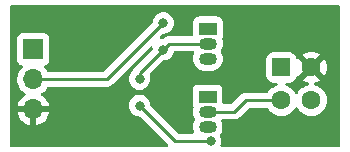
<source format=gbr>
%TF.GenerationSoftware,KiCad,Pcbnew,(6.0.5-0)*%
%TF.CreationDate,2022-06-15T16:59:53+05:30*%
%TF.ProjectId,CNY70_PCB,434e5937-305f-4504-9342-2e6b69636164,rev?*%
%TF.SameCoordinates,Original*%
%TF.FileFunction,Copper,L2,Bot*%
%TF.FilePolarity,Positive*%
%FSLAX46Y46*%
G04 Gerber Fmt 4.6, Leading zero omitted, Abs format (unit mm)*
G04 Created by KiCad (PCBNEW (6.0.5-0)) date 2022-06-15 16:59:53*
%MOMM*%
%LPD*%
G01*
G04 APERTURE LIST*
G04 Aperture macros list*
%AMRoundRect*
0 Rectangle with rounded corners*
0 $1 Rounding radius*
0 $2 $3 $4 $5 $6 $7 $8 $9 X,Y pos of 4 corners*
0 Add a 4 corners polygon primitive as box body*
4,1,4,$2,$3,$4,$5,$6,$7,$8,$9,$2,$3,0*
0 Add four circle primitives for the rounded corners*
1,1,$1+$1,$2,$3*
1,1,$1+$1,$4,$5*
1,1,$1+$1,$6,$7*
1,1,$1+$1,$8,$9*
0 Add four rect primitives between the rounded corners*
20,1,$1+$1,$2,$3,$4,$5,0*
20,1,$1+$1,$4,$5,$6,$7,0*
20,1,$1+$1,$6,$7,$8,$9,0*
20,1,$1+$1,$8,$9,$2,$3,0*%
G04 Aperture macros list end*
%TA.AperFunction,ComponentPad*%
%ADD10R,1.700000X1.700000*%
%TD*%
%TA.AperFunction,ComponentPad*%
%ADD11O,1.700000X1.700000*%
%TD*%
%TA.AperFunction,ComponentPad*%
%ADD12C,1.600000*%
%TD*%
%TA.AperFunction,ComponentPad*%
%ADD13RoundRect,0.249600X-0.550400X0.550400X-0.550400X-0.550400X0.550400X-0.550400X0.550400X0.550400X0*%
%TD*%
%TA.AperFunction,ComponentPad*%
%ADD14R,1.500000X1.050000*%
%TD*%
%TA.AperFunction,ComponentPad*%
%ADD15O,1.500000X1.050000*%
%TD*%
%TA.AperFunction,ViaPad*%
%ADD16C,0.800000*%
%TD*%
%TA.AperFunction,Conductor*%
%ADD17C,0.250000*%
%TD*%
G04 APERTURE END LIST*
D10*
%TO.P,J1,1,Pin_1*%
%TO.N,VCC*%
X138250000Y-72225000D03*
D11*
%TO.P,J1,2,Pin_2*%
%TO.N,Net-(J1-Pad2)*%
X138250000Y-74765000D03*
%TO.P,J1,3,Pin_3*%
%TO.N,GND*%
X138250000Y-77305000D03*
%TD*%
D12*
%TO.P,U1,4,E*%
%TO.N,Net-(Q1-Pad2)*%
X159250000Y-76550000D03*
%TO.P,U1,3,C*%
%TO.N,VCC*%
X161790000Y-76550000D03*
%TO.P,U1,2,K*%
%TO.N,GND*%
X161790000Y-73750000D03*
D13*
%TO.P,U1,1,A*%
%TO.N,Net-(R1-Pad2)*%
X159250000Y-73750000D03*
%TD*%
D14*
%TO.P,Q2,1,C*%
%TO.N,Net-(J1-Pad2)*%
X153040000Y-70480000D03*
D15*
%TO.P,Q2,2,B*%
%TO.N,Net-(Q2-Pad2)*%
X153040000Y-71750000D03*
%TO.P,Q2,3,E*%
%TO.N,Net-(Q1-Pad3)*%
X153040000Y-73020000D03*
%TD*%
D14*
%TO.P,Q1,1,C*%
%TO.N,Net-(Q1-Pad1)*%
X153000000Y-76250000D03*
D15*
%TO.P,Q1,2,B*%
%TO.N,Net-(Q1-Pad2)*%
X153000000Y-77520000D03*
%TO.P,Q1,3,E*%
%TO.N,Net-(Q1-Pad3)*%
X153000000Y-78790000D03*
%TD*%
D16*
%TO.N,Net-(Q2-Pad2)*%
X147250000Y-74750000D03*
X149250000Y-72250000D03*
%TO.N,Net-(J1-Pad2)*%
X149250000Y-70000000D03*
%TO.N,VCC*%
X153250000Y-80000000D03*
X147250000Y-77000000D03*
%TO.N,GND*%
X141200000Y-79400000D03*
X147200000Y-79200000D03*
X149200000Y-74800000D03*
%TD*%
D17*
%TO.N,Net-(Q1-Pad2)*%
X155280000Y-77520000D02*
X156250000Y-76550000D01*
X156250000Y-76550000D02*
X159250000Y-76550000D01*
%TO.N,Net-(Q2-Pad2)*%
X153040000Y-71750000D02*
X149750000Y-71750000D01*
X149750000Y-71750000D02*
X149250000Y-72250000D01*
X149250000Y-72250000D02*
X147250000Y-74250000D01*
X147250000Y-74250000D02*
X147250000Y-74750000D01*
%TO.N,Net-(J1-Pad2)*%
X149250000Y-70000000D02*
X144485000Y-74765000D01*
X144485000Y-74765000D02*
X138250000Y-74765000D01*
%TO.N,VCC*%
X153250000Y-80000000D02*
X150250000Y-80000000D01*
X150250000Y-80000000D02*
X147250000Y-77000000D01*
%TO.N,Net-(Q1-Pad2)*%
X153000000Y-77520000D02*
X155280000Y-77520000D01*
%TD*%
%TA.AperFunction,Conductor*%
%TO.N,GND*%
G36*
X164183621Y-68528502D02*
G01*
X164230114Y-68582158D01*
X164241500Y-68634500D01*
X164241500Y-80365500D01*
X164221498Y-80433621D01*
X164167842Y-80480114D01*
X164115500Y-80491500D01*
X154218979Y-80491500D01*
X154150858Y-80471498D01*
X154104365Y-80417842D01*
X154094261Y-80347568D01*
X154099146Y-80326564D01*
X154141502Y-80196206D01*
X154143542Y-80189928D01*
X154163504Y-80000000D01*
X154143542Y-79810072D01*
X154084527Y-79628444D01*
X154041264Y-79553511D01*
X154024527Y-79484518D01*
X154047747Y-79417426D01*
X154053299Y-79410198D01*
X154082026Y-79375472D01*
X154085956Y-79370722D01*
X154182356Y-79192435D01*
X154242290Y-78998820D01*
X154263476Y-78797250D01*
X154255898Y-78713986D01*
X154245665Y-78601543D01*
X154245664Y-78601540D01*
X154245106Y-78595404D01*
X154187881Y-78400971D01*
X154185025Y-78395507D01*
X154154896Y-78337874D01*
X154141062Y-78268238D01*
X154167073Y-78202178D01*
X154224669Y-78160667D01*
X154266558Y-78153500D01*
X155201233Y-78153500D01*
X155212416Y-78154027D01*
X155219909Y-78155702D01*
X155227835Y-78155453D01*
X155227836Y-78155453D01*
X155287986Y-78153562D01*
X155291945Y-78153500D01*
X155319856Y-78153500D01*
X155323791Y-78153003D01*
X155323856Y-78152995D01*
X155335693Y-78152062D01*
X155367951Y-78151048D01*
X155371970Y-78150922D01*
X155379889Y-78150673D01*
X155399343Y-78145021D01*
X155418700Y-78141013D01*
X155430930Y-78139468D01*
X155430931Y-78139468D01*
X155438797Y-78138474D01*
X155446168Y-78135555D01*
X155446170Y-78135555D01*
X155479912Y-78122196D01*
X155491142Y-78118351D01*
X155525983Y-78108229D01*
X155525984Y-78108229D01*
X155533593Y-78106018D01*
X155540412Y-78101985D01*
X155540417Y-78101983D01*
X155551028Y-78095707D01*
X155568776Y-78087012D01*
X155587617Y-78079552D01*
X155623387Y-78053564D01*
X155633307Y-78047048D01*
X155664535Y-78028580D01*
X155664538Y-78028578D01*
X155671362Y-78024542D01*
X155685683Y-78010221D01*
X155700717Y-77997380D01*
X155710694Y-77990131D01*
X155717107Y-77985472D01*
X155745298Y-77951395D01*
X155753288Y-77942616D01*
X156475499Y-77220405D01*
X156537811Y-77186379D01*
X156564594Y-77183500D01*
X158030606Y-77183500D01*
X158098727Y-77203502D01*
X158133819Y-77237229D01*
X158240643Y-77389789D01*
X158243802Y-77394300D01*
X158405700Y-77556198D01*
X158410208Y-77559355D01*
X158410211Y-77559357D01*
X158429050Y-77572548D01*
X158593251Y-77687523D01*
X158598233Y-77689846D01*
X158598238Y-77689849D01*
X158795775Y-77781961D01*
X158800757Y-77784284D01*
X158806065Y-77785706D01*
X158806067Y-77785707D01*
X159016598Y-77842119D01*
X159016600Y-77842119D01*
X159021913Y-77843543D01*
X159250000Y-77863498D01*
X159478087Y-77843543D01*
X159483400Y-77842119D01*
X159483402Y-77842119D01*
X159693933Y-77785707D01*
X159693935Y-77785706D01*
X159699243Y-77784284D01*
X159704225Y-77781961D01*
X159901762Y-77689849D01*
X159901767Y-77689846D01*
X159906749Y-77687523D01*
X160070950Y-77572548D01*
X160089789Y-77559357D01*
X160089792Y-77559355D01*
X160094300Y-77556198D01*
X160256198Y-77394300D01*
X160268117Y-77377279D01*
X160318521Y-77305294D01*
X160387523Y-77206749D01*
X160389846Y-77201767D01*
X160389849Y-77201762D01*
X160405805Y-77167543D01*
X160452722Y-77114258D01*
X160520999Y-77094797D01*
X160588959Y-77115339D01*
X160634195Y-77167543D01*
X160650151Y-77201762D01*
X160650154Y-77201767D01*
X160652477Y-77206749D01*
X160721479Y-77305294D01*
X160771884Y-77377279D01*
X160783802Y-77394300D01*
X160945700Y-77556198D01*
X160950208Y-77559355D01*
X160950211Y-77559357D01*
X160969050Y-77572548D01*
X161133251Y-77687523D01*
X161138233Y-77689846D01*
X161138238Y-77689849D01*
X161335775Y-77781961D01*
X161340757Y-77784284D01*
X161346065Y-77785706D01*
X161346067Y-77785707D01*
X161556598Y-77842119D01*
X161556600Y-77842119D01*
X161561913Y-77843543D01*
X161790000Y-77863498D01*
X162018087Y-77843543D01*
X162023400Y-77842119D01*
X162023402Y-77842119D01*
X162233933Y-77785707D01*
X162233935Y-77785706D01*
X162239243Y-77784284D01*
X162244225Y-77781961D01*
X162441762Y-77689849D01*
X162441767Y-77689846D01*
X162446749Y-77687523D01*
X162610950Y-77572548D01*
X162629789Y-77559357D01*
X162629792Y-77559355D01*
X162634300Y-77556198D01*
X162796198Y-77394300D01*
X162808117Y-77377279D01*
X162858521Y-77305294D01*
X162927523Y-77206749D01*
X162929846Y-77201767D01*
X162929849Y-77201762D01*
X163021961Y-77004225D01*
X163021961Y-77004224D01*
X163024284Y-76999243D01*
X163058681Y-76870875D01*
X163082119Y-76783402D01*
X163082119Y-76783400D01*
X163083543Y-76778087D01*
X163103498Y-76550000D01*
X163083543Y-76321913D01*
X163079069Y-76305215D01*
X163025707Y-76106067D01*
X163025706Y-76106065D01*
X163024284Y-76100757D01*
X163020607Y-76092872D01*
X162929849Y-75898238D01*
X162929846Y-75898233D01*
X162927523Y-75893251D01*
X162796198Y-75705700D01*
X162634300Y-75543802D01*
X162629792Y-75540645D01*
X162629789Y-75540643D01*
X162530484Y-75471109D01*
X162446749Y-75412477D01*
X162441767Y-75410154D01*
X162441762Y-75410151D01*
X162244225Y-75318039D01*
X162244224Y-75318039D01*
X162239243Y-75315716D01*
X162162203Y-75295073D01*
X162074034Y-75271448D01*
X162013412Y-75234496D01*
X161982390Y-75170635D01*
X161990819Y-75100141D01*
X162036022Y-75045394D01*
X162074035Y-75028034D01*
X162233761Y-74985236D01*
X162244053Y-74981490D01*
X162441511Y-74889414D01*
X162451006Y-74883931D01*
X162503048Y-74847491D01*
X162511424Y-74837012D01*
X162504356Y-74823566D01*
X161802812Y-74122022D01*
X161788868Y-74114408D01*
X161787035Y-74114539D01*
X161780420Y-74118790D01*
X161074923Y-74824287D01*
X161068493Y-74836062D01*
X161077789Y-74848077D01*
X161128994Y-74883931D01*
X161138489Y-74889414D01*
X161335947Y-74981490D01*
X161346239Y-74985236D01*
X161505965Y-75028034D01*
X161566588Y-75064986D01*
X161597609Y-75128846D01*
X161589181Y-75199341D01*
X161543978Y-75254088D01*
X161505966Y-75271448D01*
X161417797Y-75295073D01*
X161340757Y-75315716D01*
X161335776Y-75318039D01*
X161335775Y-75318039D01*
X161138238Y-75410151D01*
X161138233Y-75410154D01*
X161133251Y-75412477D01*
X161049516Y-75471109D01*
X160950211Y-75540643D01*
X160950208Y-75540645D01*
X160945700Y-75543802D01*
X160783802Y-75705700D01*
X160652477Y-75893251D01*
X160650154Y-75898233D01*
X160650151Y-75898238D01*
X160634195Y-75932457D01*
X160587278Y-75985742D01*
X160519001Y-76005203D01*
X160451041Y-75984661D01*
X160405805Y-75932457D01*
X160389849Y-75898238D01*
X160389846Y-75898233D01*
X160387523Y-75893251D01*
X160256198Y-75705700D01*
X160094300Y-75543802D01*
X160089792Y-75540645D01*
X160089789Y-75540643D01*
X159990484Y-75471109D01*
X159906749Y-75412477D01*
X159901767Y-75410154D01*
X159901762Y-75410151D01*
X159704225Y-75318039D01*
X159704224Y-75318039D01*
X159699243Y-75315716D01*
X159693936Y-75314294D01*
X159693925Y-75314290D01*
X159663751Y-75306205D01*
X159603129Y-75269254D01*
X159572107Y-75205393D01*
X159580536Y-75134898D01*
X159625740Y-75080152D01*
X159696363Y-75058499D01*
X159850772Y-75058499D01*
X159854016Y-75058162D01*
X159854024Y-75058162D01*
X159900032Y-75053388D01*
X159956484Y-75047531D01*
X160124175Y-74991585D01*
X160274498Y-74898563D01*
X160399389Y-74773453D01*
X160492149Y-74622968D01*
X160515094Y-74553794D01*
X160519112Y-74541679D01*
X160559543Y-74483319D01*
X160625108Y-74456083D01*
X160694989Y-74468617D01*
X160701009Y-74472464D01*
X160716434Y-74464356D01*
X161417978Y-73762812D01*
X161424356Y-73751132D01*
X162154408Y-73751132D01*
X162154539Y-73752965D01*
X162158790Y-73759580D01*
X162864287Y-74465077D01*
X162876062Y-74471507D01*
X162888077Y-74462211D01*
X162923931Y-74411006D01*
X162929414Y-74401511D01*
X163021490Y-74204053D01*
X163025236Y-74193761D01*
X163081625Y-73983312D01*
X163083528Y-73972519D01*
X163102517Y-73755475D01*
X163102517Y-73744525D01*
X163083528Y-73527481D01*
X163081625Y-73516688D01*
X163025236Y-73306239D01*
X163021490Y-73295947D01*
X162929414Y-73098489D01*
X162923931Y-73088994D01*
X162887491Y-73036952D01*
X162877012Y-73028576D01*
X162863566Y-73035644D01*
X162162022Y-73737188D01*
X162154408Y-73751132D01*
X161424356Y-73751132D01*
X161425592Y-73748868D01*
X161425461Y-73747035D01*
X161421210Y-73740420D01*
X160715713Y-73034923D01*
X160701769Y-73027309D01*
X160693616Y-73027892D01*
X160649952Y-73044972D01*
X160580347Y-73030985D01*
X160529354Y-72981586D01*
X160519445Y-72959328D01*
X160493904Y-72882772D01*
X160493899Y-72882762D01*
X160491585Y-72875825D01*
X160398563Y-72725502D01*
X160335939Y-72662988D01*
X161068576Y-72662988D01*
X161075644Y-72676434D01*
X161777188Y-73377978D01*
X161791132Y-73385592D01*
X161792965Y-73385461D01*
X161799580Y-73381210D01*
X162505077Y-72675713D01*
X162511507Y-72663938D01*
X162502211Y-72651923D01*
X162451006Y-72616069D01*
X162441511Y-72610586D01*
X162244053Y-72518510D01*
X162233761Y-72514764D01*
X162023312Y-72458375D01*
X162012519Y-72456472D01*
X161795475Y-72437483D01*
X161784525Y-72437483D01*
X161567481Y-72456472D01*
X161556688Y-72458375D01*
X161346239Y-72514764D01*
X161335947Y-72518510D01*
X161138489Y-72610586D01*
X161128994Y-72616069D01*
X161076952Y-72652509D01*
X161068576Y-72662988D01*
X160335939Y-72662988D01*
X160273453Y-72600611D01*
X160122968Y-72507851D01*
X159969103Y-72456815D01*
X159961711Y-72454363D01*
X159961709Y-72454362D01*
X159955180Y-72452197D01*
X159850773Y-72441500D01*
X159254633Y-72441500D01*
X158649228Y-72441501D01*
X158645984Y-72441838D01*
X158645976Y-72441838D01*
X158599968Y-72446612D01*
X158543516Y-72452469D01*
X158375825Y-72508415D01*
X158225502Y-72601437D01*
X158220332Y-72606616D01*
X158201470Y-72625511D01*
X158100611Y-72726547D01*
X158007851Y-72877032D01*
X158005546Y-72883980D01*
X158005546Y-72883981D01*
X157954807Y-73036952D01*
X157952197Y-73044820D01*
X157941500Y-73149227D01*
X157941501Y-74350772D01*
X157952469Y-74456484D01*
X158008415Y-74624175D01*
X158101437Y-74774498D01*
X158226547Y-74899389D01*
X158377032Y-74992149D01*
X158383980Y-74994454D01*
X158383981Y-74994454D01*
X158538289Y-75045637D01*
X158538291Y-75045638D01*
X158544820Y-75047803D01*
X158649227Y-75058500D01*
X158803634Y-75058500D01*
X158871755Y-75078502D01*
X158918248Y-75132158D01*
X158928352Y-75202432D01*
X158898858Y-75267012D01*
X158836245Y-75306207D01*
X158806067Y-75314293D01*
X158806065Y-75314294D01*
X158800757Y-75315716D01*
X158795776Y-75318039D01*
X158795775Y-75318039D01*
X158598238Y-75410151D01*
X158598233Y-75410154D01*
X158593251Y-75412477D01*
X158509516Y-75471109D01*
X158410211Y-75540643D01*
X158410208Y-75540645D01*
X158405700Y-75543802D01*
X158243802Y-75705700D01*
X158240645Y-75710208D01*
X158240643Y-75710211D01*
X158133819Y-75862771D01*
X158078362Y-75907099D01*
X158030606Y-75916500D01*
X156328767Y-75916500D01*
X156317584Y-75915973D01*
X156310091Y-75914298D01*
X156302165Y-75914547D01*
X156302164Y-75914547D01*
X156242014Y-75916438D01*
X156238055Y-75916500D01*
X156210144Y-75916500D01*
X156206210Y-75916997D01*
X156206209Y-75916997D01*
X156206144Y-75917005D01*
X156194307Y-75917938D01*
X156162490Y-75918938D01*
X156158029Y-75919078D01*
X156150110Y-75919327D01*
X156132454Y-75924456D01*
X156130658Y-75924978D01*
X156111306Y-75928986D01*
X156104235Y-75929880D01*
X156091203Y-75931526D01*
X156083834Y-75934443D01*
X156083832Y-75934444D01*
X156050097Y-75947800D01*
X156038869Y-75951645D01*
X155996407Y-75963982D01*
X155989585Y-75968016D01*
X155989579Y-75968019D01*
X155978968Y-75974294D01*
X155961218Y-75982990D01*
X155949756Y-75987528D01*
X155949751Y-75987531D01*
X155942383Y-75990448D01*
X155935968Y-75995109D01*
X155906625Y-76016427D01*
X155896707Y-76022943D01*
X155878019Y-76033995D01*
X155858637Y-76045458D01*
X155844313Y-76059782D01*
X155829281Y-76072621D01*
X155812893Y-76084528D01*
X155784712Y-76118593D01*
X155776722Y-76127373D01*
X155054500Y-76849595D01*
X154992188Y-76883621D01*
X154965405Y-76886500D01*
X154384500Y-76886500D01*
X154316379Y-76866498D01*
X154269886Y-76812842D01*
X154258500Y-76760500D01*
X154258500Y-75676866D01*
X154251745Y-75614684D01*
X154200615Y-75478295D01*
X154113261Y-75361739D01*
X153996705Y-75274385D01*
X153860316Y-75223255D01*
X153798134Y-75216500D01*
X152201866Y-75216500D01*
X152139684Y-75223255D01*
X152003295Y-75274385D01*
X151886739Y-75361739D01*
X151799385Y-75478295D01*
X151748255Y-75614684D01*
X151741500Y-75676866D01*
X151741500Y-76823134D01*
X151748255Y-76885316D01*
X151751029Y-76892715D01*
X151796232Y-77013296D01*
X151796234Y-77013299D01*
X151799385Y-77021705D01*
X151804773Y-77028894D01*
X151804906Y-77029137D01*
X151820076Y-77098494D01*
X151814752Y-77126907D01*
X151757710Y-77311180D01*
X151736524Y-77512750D01*
X151741267Y-77564865D01*
X151751996Y-77682749D01*
X151754894Y-77714596D01*
X151756632Y-77720502D01*
X151756633Y-77720506D01*
X151777416Y-77791118D01*
X151812119Y-77909029D01*
X151814972Y-77914486D01*
X151814973Y-77914489D01*
X151831879Y-77946827D01*
X151905923Y-78088460D01*
X151905923Y-78088462D01*
X151906019Y-78088645D01*
X151905984Y-78088663D01*
X151925889Y-78154441D01*
X151910729Y-78215409D01*
X151817644Y-78387565D01*
X151757710Y-78581180D01*
X151757066Y-78587305D01*
X151757066Y-78587306D01*
X151737168Y-78776622D01*
X151736524Y-78782750D01*
X151754894Y-78984596D01*
X151812119Y-79179029D01*
X151814973Y-79184489D01*
X151817282Y-79190203D01*
X151815484Y-79190930D01*
X151827573Y-79251746D01*
X151801571Y-79317810D01*
X151743980Y-79359328D01*
X151702076Y-79366500D01*
X150564594Y-79366500D01*
X150496473Y-79346498D01*
X150475499Y-79329595D01*
X148197122Y-77051217D01*
X148163096Y-76988905D01*
X148160907Y-76975292D01*
X148144232Y-76816635D01*
X148144232Y-76816633D01*
X148143542Y-76810072D01*
X148084527Y-76628444D01*
X147989040Y-76463056D01*
X147978840Y-76451727D01*
X147865675Y-76326045D01*
X147865674Y-76326044D01*
X147861253Y-76321134D01*
X147706752Y-76208882D01*
X147700724Y-76206198D01*
X147700722Y-76206197D01*
X147538319Y-76133891D01*
X147538318Y-76133891D01*
X147532288Y-76131206D01*
X147438888Y-76111353D01*
X147351944Y-76092872D01*
X147351939Y-76092872D01*
X147345487Y-76091500D01*
X147154513Y-76091500D01*
X147148061Y-76092872D01*
X147148056Y-76092872D01*
X147061112Y-76111353D01*
X146967712Y-76131206D01*
X146961682Y-76133891D01*
X146961681Y-76133891D01*
X146799278Y-76206197D01*
X146799276Y-76206198D01*
X146793248Y-76208882D01*
X146638747Y-76321134D01*
X146634326Y-76326044D01*
X146634325Y-76326045D01*
X146521161Y-76451727D01*
X146510960Y-76463056D01*
X146415473Y-76628444D01*
X146356458Y-76810072D01*
X146336496Y-77000000D01*
X146356458Y-77189928D01*
X146415473Y-77371556D01*
X146510960Y-77536944D01*
X146515378Y-77541851D01*
X146515379Y-77541852D01*
X146536100Y-77564865D01*
X146638747Y-77678866D01*
X146737843Y-77750864D01*
X146780645Y-77781961D01*
X146793248Y-77791118D01*
X146799276Y-77793802D01*
X146799278Y-77793803D01*
X146954741Y-77863019D01*
X146967712Y-77868794D01*
X147061113Y-77888647D01*
X147148056Y-77907128D01*
X147148061Y-77907128D01*
X147154513Y-77908500D01*
X147210406Y-77908500D01*
X147278527Y-77928502D01*
X147299501Y-77945405D01*
X149630501Y-80276405D01*
X149664527Y-80338717D01*
X149659462Y-80409532D01*
X149616915Y-80466368D01*
X149550395Y-80491179D01*
X149541406Y-80491500D01*
X136384500Y-80491500D01*
X136316379Y-80471498D01*
X136269886Y-80417842D01*
X136258500Y-80365500D01*
X136258500Y-77572966D01*
X136918257Y-77572966D01*
X136948565Y-77707446D01*
X136951645Y-77717275D01*
X137031770Y-77914603D01*
X137036413Y-77923794D01*
X137147694Y-78105388D01*
X137153777Y-78113699D01*
X137293213Y-78274667D01*
X137300580Y-78281883D01*
X137464434Y-78417916D01*
X137472881Y-78423831D01*
X137656756Y-78531279D01*
X137666042Y-78535729D01*
X137865001Y-78611703D01*
X137874899Y-78614579D01*
X137978250Y-78635606D01*
X137992299Y-78634410D01*
X137996000Y-78624065D01*
X137996000Y-78623517D01*
X138504000Y-78623517D01*
X138508064Y-78637359D01*
X138521478Y-78639393D01*
X138528184Y-78638534D01*
X138538262Y-78636392D01*
X138742255Y-78575191D01*
X138751842Y-78571433D01*
X138943095Y-78477739D01*
X138951945Y-78472464D01*
X139125328Y-78348792D01*
X139133200Y-78342139D01*
X139284052Y-78191812D01*
X139290730Y-78183965D01*
X139415003Y-78011020D01*
X139420313Y-78002183D01*
X139514670Y-77811267D01*
X139518469Y-77801672D01*
X139580377Y-77597910D01*
X139582555Y-77587837D01*
X139583986Y-77576962D01*
X139581775Y-77562778D01*
X139568617Y-77559000D01*
X138522115Y-77559000D01*
X138506876Y-77563475D01*
X138505671Y-77564865D01*
X138504000Y-77572548D01*
X138504000Y-78623517D01*
X137996000Y-78623517D01*
X137996000Y-77577115D01*
X137991525Y-77561876D01*
X137990135Y-77560671D01*
X137982452Y-77559000D01*
X136933225Y-77559000D01*
X136919694Y-77562973D01*
X136918257Y-77572966D01*
X136258500Y-77572966D01*
X136258500Y-74731695D01*
X136887251Y-74731695D01*
X136887548Y-74736848D01*
X136887548Y-74736851D01*
X136893961Y-74848077D01*
X136900110Y-74954715D01*
X136901247Y-74959761D01*
X136901248Y-74959767D01*
X136923423Y-75058162D01*
X136949222Y-75172639D01*
X137003457Y-75306205D01*
X137026662Y-75363351D01*
X137033266Y-75379616D01*
X137051978Y-75410151D01*
X137133880Y-75543803D01*
X137149987Y-75570088D01*
X137296250Y-75738938D01*
X137468126Y-75881632D01*
X137524454Y-75914547D01*
X137541955Y-75924774D01*
X137590679Y-75976412D01*
X137603750Y-76046195D01*
X137577019Y-76111967D01*
X137536562Y-76145327D01*
X137528457Y-76149546D01*
X137519738Y-76155036D01*
X137349433Y-76282905D01*
X137341726Y-76289748D01*
X137194590Y-76443717D01*
X137188104Y-76451727D01*
X137068098Y-76627649D01*
X137063000Y-76636623D01*
X136973338Y-76829783D01*
X136969775Y-76839470D01*
X136914389Y-77039183D01*
X136915912Y-77047607D01*
X136928292Y-77051000D01*
X139568344Y-77051000D01*
X139581875Y-77047027D01*
X139583180Y-77037947D01*
X139541214Y-76870875D01*
X139537894Y-76861124D01*
X139452972Y-76665814D01*
X139448105Y-76656739D01*
X139332426Y-76477926D01*
X139326136Y-76469757D01*
X139182806Y-76312240D01*
X139175273Y-76305215D01*
X139008139Y-76173222D01*
X138999556Y-76167520D01*
X138962602Y-76147120D01*
X138912631Y-76096687D01*
X138897859Y-76027245D01*
X138922975Y-75960839D01*
X138950327Y-75934232D01*
X139014100Y-75888743D01*
X139129860Y-75806173D01*
X139288096Y-75648489D01*
X139347594Y-75565689D01*
X139415435Y-75471277D01*
X139418453Y-75467077D01*
X139420746Y-75462437D01*
X139422446Y-75459608D01*
X139474674Y-75411518D01*
X139530451Y-75398500D01*
X144406233Y-75398500D01*
X144417416Y-75399027D01*
X144424909Y-75400702D01*
X144432835Y-75400453D01*
X144432836Y-75400453D01*
X144492986Y-75398562D01*
X144496945Y-75398500D01*
X144524856Y-75398500D01*
X144528791Y-75398003D01*
X144528856Y-75397995D01*
X144540693Y-75397062D01*
X144572951Y-75396048D01*
X144576970Y-75395922D01*
X144584889Y-75395673D01*
X144604343Y-75390021D01*
X144623700Y-75386013D01*
X144635930Y-75384468D01*
X144635931Y-75384468D01*
X144643797Y-75383474D01*
X144651168Y-75380555D01*
X144651170Y-75380555D01*
X144684912Y-75367196D01*
X144696142Y-75363351D01*
X144730983Y-75353229D01*
X144730984Y-75353229D01*
X144738593Y-75351018D01*
X144745412Y-75346985D01*
X144745417Y-75346983D01*
X144756028Y-75340707D01*
X144773776Y-75332012D01*
X144792617Y-75324552D01*
X144828387Y-75298564D01*
X144838307Y-75292048D01*
X144869535Y-75273580D01*
X144869538Y-75273578D01*
X144876362Y-75269542D01*
X144890683Y-75255221D01*
X144905717Y-75242380D01*
X144915694Y-75235131D01*
X144922107Y-75230472D01*
X144950298Y-75196395D01*
X144958288Y-75187616D01*
X148136645Y-72009259D01*
X148198957Y-71975233D01*
X148269772Y-71980298D01*
X148326608Y-72022845D01*
X148351419Y-72089365D01*
X148351050Y-72111524D01*
X148339093Y-72225293D01*
X148312080Y-72290950D01*
X148302878Y-72301218D01*
X147576845Y-73027250D01*
X146857747Y-73746348D01*
X146849461Y-73753888D01*
X146842982Y-73758000D01*
X146837557Y-73763777D01*
X146796357Y-73807651D01*
X146793602Y-73810493D01*
X146773865Y-73830230D01*
X146771385Y-73833427D01*
X146763682Y-73842447D01*
X146733414Y-73874679D01*
X146729595Y-73881625D01*
X146729593Y-73881628D01*
X146723652Y-73892434D01*
X146712801Y-73908953D01*
X146700386Y-73924959D01*
X146697241Y-73932228D01*
X146697238Y-73932232D01*
X146682826Y-73965537D01*
X146677609Y-73976187D01*
X146656305Y-74014940D01*
X146654334Y-74022615D01*
X146654334Y-74022616D01*
X146651267Y-74034562D01*
X146644862Y-74053269D01*
X146643829Y-74055656D01*
X146621829Y-74089923D01*
X146510960Y-74213056D01*
X146415473Y-74378444D01*
X146356458Y-74560072D01*
X146355768Y-74566633D01*
X146355768Y-74566635D01*
X146349192Y-74629200D01*
X146336496Y-74750000D01*
X146337186Y-74756565D01*
X146351654Y-74894217D01*
X146356458Y-74939928D01*
X146415473Y-75121556D01*
X146510960Y-75286944D01*
X146515378Y-75291851D01*
X146515379Y-75291852D01*
X146610279Y-75397249D01*
X146638747Y-75428866D01*
X146793248Y-75541118D01*
X146799276Y-75543802D01*
X146799278Y-75543803D01*
X146961681Y-75616109D01*
X146967712Y-75618794D01*
X147061113Y-75638647D01*
X147148056Y-75657128D01*
X147148061Y-75657128D01*
X147154513Y-75658500D01*
X147345487Y-75658500D01*
X147351939Y-75657128D01*
X147351944Y-75657128D01*
X147438887Y-75638647D01*
X147532288Y-75618794D01*
X147538319Y-75616109D01*
X147700722Y-75543803D01*
X147700724Y-75543802D01*
X147706752Y-75541118D01*
X147861253Y-75428866D01*
X147889721Y-75397249D01*
X147984621Y-75291852D01*
X147984622Y-75291851D01*
X147989040Y-75286944D01*
X148084527Y-75121556D01*
X148143542Y-74939928D01*
X148148347Y-74894217D01*
X148162814Y-74756565D01*
X148163504Y-74750000D01*
X148150808Y-74629200D01*
X148144232Y-74566635D01*
X148144232Y-74566633D01*
X148143542Y-74560072D01*
X148109754Y-74456083D01*
X148091940Y-74401257D01*
X148089913Y-74330289D01*
X148122678Y-74273226D01*
X148648870Y-73747035D01*
X149200500Y-73195405D01*
X149262812Y-73161379D01*
X149289595Y-73158500D01*
X149345487Y-73158500D01*
X149351939Y-73157128D01*
X149351944Y-73157128D01*
X149438887Y-73138647D01*
X149532288Y-73118794D01*
X149577894Y-73098489D01*
X149700722Y-73043803D01*
X149700724Y-73043802D01*
X149706752Y-73041118D01*
X149714287Y-73035644D01*
X149788690Y-72981586D01*
X149861253Y-72928866D01*
X149902756Y-72882772D01*
X149984621Y-72791852D01*
X149984622Y-72791851D01*
X149989040Y-72786944D01*
X150084527Y-72621556D01*
X150133588Y-72470563D01*
X150173662Y-72411958D01*
X150239059Y-72384321D01*
X150253421Y-72383500D01*
X151772835Y-72383500D01*
X151840956Y-72403502D01*
X151887449Y-72457158D01*
X151897553Y-72527432D01*
X151883671Y-72569429D01*
X151857644Y-72617565D01*
X151797710Y-72811180D01*
X151776524Y-73012750D01*
X151778542Y-73034923D01*
X151792903Y-73192715D01*
X151794894Y-73214596D01*
X151852119Y-73409029D01*
X151854972Y-73414486D01*
X151854973Y-73414489D01*
X151859127Y-73422435D01*
X151946019Y-73588645D01*
X151949879Y-73593445D01*
X151949879Y-73593446D01*
X151964938Y-73612176D01*
X152073019Y-73746601D01*
X152228281Y-73876881D01*
X152233673Y-73879845D01*
X152233677Y-73879848D01*
X152399463Y-73970989D01*
X152405891Y-73974523D01*
X152599084Y-74035807D01*
X152605201Y-74036493D01*
X152605205Y-74036494D01*
X152673604Y-74044166D01*
X152756817Y-74053500D01*
X153316004Y-74053500D01*
X153466713Y-74038723D01*
X153660742Y-73980142D01*
X153839698Y-73884990D01*
X153852341Y-73874679D01*
X153983078Y-73768051D01*
X153996763Y-73756890D01*
X154000692Y-73752141D01*
X154122027Y-73605472D01*
X154122029Y-73605469D01*
X154125956Y-73600722D01*
X154222356Y-73422435D01*
X154282290Y-73228820D01*
X154286863Y-73185316D01*
X154302832Y-73033378D01*
X154302832Y-73033377D01*
X154303476Y-73027250D01*
X154289695Y-72875825D01*
X154285665Y-72831543D01*
X154285664Y-72831540D01*
X154285106Y-72825404D01*
X154257534Y-72731721D01*
X154234220Y-72652509D01*
X154227881Y-72630971D01*
X154223951Y-72623452D01*
X154165823Y-72512264D01*
X154133981Y-72451355D01*
X154134016Y-72451337D01*
X154114111Y-72385559D01*
X154129271Y-72324591D01*
X154169602Y-72250000D01*
X154222356Y-72152435D01*
X154262471Y-72022845D01*
X154280468Y-71964707D01*
X154280469Y-71964704D01*
X154282290Y-71958820D01*
X154303476Y-71757250D01*
X154285106Y-71555404D01*
X154227881Y-71360971D01*
X154228740Y-71360718D01*
X154222286Y-71295338D01*
X154235452Y-71258594D01*
X154240615Y-71251705D01*
X154269636Y-71174293D01*
X154278747Y-71149988D01*
X154291745Y-71115316D01*
X154298500Y-71053134D01*
X154298500Y-69906866D01*
X154291745Y-69844684D01*
X154240615Y-69708295D01*
X154153261Y-69591739D01*
X154036705Y-69504385D01*
X153900316Y-69453255D01*
X153838134Y-69446500D01*
X152241866Y-69446500D01*
X152179684Y-69453255D01*
X152043295Y-69504385D01*
X151926739Y-69591739D01*
X151839385Y-69708295D01*
X151788255Y-69844684D01*
X151781500Y-69906866D01*
X151781500Y-70990500D01*
X151761498Y-71058621D01*
X151707842Y-71105114D01*
X151655500Y-71116500D01*
X149828768Y-71116500D01*
X149817585Y-71115973D01*
X149810092Y-71114298D01*
X149802166Y-71114547D01*
X149802165Y-71114547D01*
X149742002Y-71116438D01*
X149738044Y-71116500D01*
X149710144Y-71116500D01*
X149706154Y-71117004D01*
X149694320Y-71117936D01*
X149650111Y-71119326D01*
X149642497Y-71121538D01*
X149642492Y-71121539D01*
X149630659Y-71124977D01*
X149611296Y-71128988D01*
X149591203Y-71131526D01*
X149583836Y-71134443D01*
X149583831Y-71134444D01*
X149550092Y-71147802D01*
X149538865Y-71151646D01*
X149496407Y-71163982D01*
X149489581Y-71168019D01*
X149478972Y-71174293D01*
X149461224Y-71182988D01*
X149442383Y-71190448D01*
X149435967Y-71195110D01*
X149435966Y-71195110D01*
X149406613Y-71216436D01*
X149396693Y-71222952D01*
X149365465Y-71241420D01*
X149365462Y-71241422D01*
X149358638Y-71245458D01*
X149344317Y-71259779D01*
X149329284Y-71272619D01*
X149312893Y-71284528D01*
X149307840Y-71290636D01*
X149307838Y-71290638D01*
X149303557Y-71295813D01*
X149244725Y-71335553D01*
X149206471Y-71341500D01*
X149154513Y-71341500D01*
X149148058Y-71342872D01*
X149148049Y-71342873D01*
X149125972Y-71347566D01*
X149055181Y-71342165D01*
X148998548Y-71299349D01*
X148974054Y-71232711D01*
X148989475Y-71163410D01*
X149010679Y-71135225D01*
X149200499Y-70945405D01*
X149262811Y-70911379D01*
X149289594Y-70908500D01*
X149345487Y-70908500D01*
X149351939Y-70907128D01*
X149351944Y-70907128D01*
X149438887Y-70888647D01*
X149532288Y-70868794D01*
X149538319Y-70866109D01*
X149700722Y-70793803D01*
X149700724Y-70793802D01*
X149706752Y-70791118D01*
X149861253Y-70678866D01*
X149989040Y-70536944D01*
X150084527Y-70371556D01*
X150143542Y-70189928D01*
X150163504Y-70000000D01*
X150160907Y-69975293D01*
X150144232Y-69816635D01*
X150144232Y-69816633D01*
X150143542Y-69810072D01*
X150084527Y-69628444D01*
X149989040Y-69463056D01*
X149861253Y-69321134D01*
X149706752Y-69208882D01*
X149700724Y-69206198D01*
X149700722Y-69206197D01*
X149538319Y-69133891D01*
X149538318Y-69133891D01*
X149532288Y-69131206D01*
X149438888Y-69111353D01*
X149351944Y-69092872D01*
X149351939Y-69092872D01*
X149345487Y-69091500D01*
X149154513Y-69091500D01*
X149148061Y-69092872D01*
X149148056Y-69092872D01*
X149061112Y-69111353D01*
X148967712Y-69131206D01*
X148961682Y-69133891D01*
X148961681Y-69133891D01*
X148799278Y-69206197D01*
X148799276Y-69206198D01*
X148793248Y-69208882D01*
X148638747Y-69321134D01*
X148510960Y-69463056D01*
X148415473Y-69628444D01*
X148356458Y-69810072D01*
X148355768Y-69816633D01*
X148355768Y-69816635D01*
X148339093Y-69975293D01*
X148312080Y-70040950D01*
X148302878Y-70051218D01*
X144259500Y-74094595D01*
X144197188Y-74128621D01*
X144170405Y-74131500D01*
X139526805Y-74131500D01*
X139458684Y-74111498D01*
X139421013Y-74073940D01*
X139332822Y-73937617D01*
X139332820Y-73937614D01*
X139330014Y-73933277D01*
X139326532Y-73929450D01*
X139182798Y-73771488D01*
X139151746Y-73707642D01*
X139160141Y-73637143D01*
X139205317Y-73582375D01*
X139231761Y-73568706D01*
X139338297Y-73528767D01*
X139346705Y-73525615D01*
X139463261Y-73438261D01*
X139550615Y-73321705D01*
X139601745Y-73185316D01*
X139608500Y-73123134D01*
X139608500Y-71326866D01*
X139601745Y-71264684D01*
X139550615Y-71128295D01*
X139463261Y-71011739D01*
X139346705Y-70924385D01*
X139210316Y-70873255D01*
X139148134Y-70866500D01*
X137351866Y-70866500D01*
X137289684Y-70873255D01*
X137153295Y-70924385D01*
X137036739Y-71011739D01*
X136949385Y-71128295D01*
X136898255Y-71264684D01*
X136891500Y-71326866D01*
X136891500Y-73123134D01*
X136898255Y-73185316D01*
X136949385Y-73321705D01*
X137036739Y-73438261D01*
X137153295Y-73525615D01*
X137161704Y-73528767D01*
X137161705Y-73528768D01*
X137270451Y-73569535D01*
X137327216Y-73612176D01*
X137351916Y-73678738D01*
X137336709Y-73748087D01*
X137317316Y-73774568D01*
X137209030Y-73887883D01*
X137190629Y-73907138D01*
X137187715Y-73911410D01*
X137187714Y-73911411D01*
X137178472Y-73924959D01*
X137064743Y-74091680D01*
X137050659Y-74122022D01*
X136980473Y-74273226D01*
X136970688Y-74294305D01*
X136910989Y-74509570D01*
X136887251Y-74731695D01*
X136258500Y-74731695D01*
X136258500Y-68634500D01*
X136278502Y-68566379D01*
X136332158Y-68519886D01*
X136384500Y-68508500D01*
X164115500Y-68508500D01*
X164183621Y-68528502D01*
G37*
%TD.AperFunction*%
%TD*%
M02*

</source>
